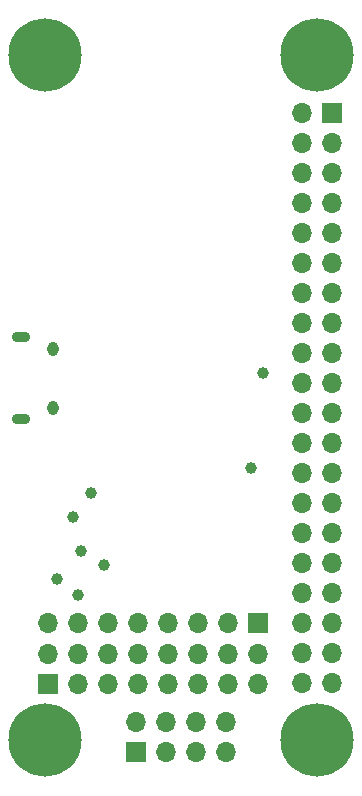
<source format=gbr>
%TF.GenerationSoftware,KiCad,Pcbnew,(6.0.0-0)*%
%TF.CreationDate,2022-06-22T07:40:47-04:00*%
%TF.ProjectId,hermes_v1,6865726d-6573-45f7-9631-2e6b69636164,rev?*%
%TF.SameCoordinates,Original*%
%TF.FileFunction,Soldermask,Bot*%
%TF.FilePolarity,Negative*%
%FSLAX46Y46*%
G04 Gerber Fmt 4.6, Leading zero omitted, Abs format (unit mm)*
G04 Created by KiCad (PCBNEW (6.0.0-0)) date 2022-06-22 07:40:47*
%MOMM*%
%LPD*%
G01*
G04 APERTURE LIST*
%ADD10O,1.550000X0.890000*%
%ADD11O,0.950000X1.250000*%
%ADD12C,6.200000*%
%ADD13R,1.700000X1.700000*%
%ADD14O,1.700000X1.700000*%
%ADD15C,1.000000*%
G04 APERTURE END LIST*
D10*
%TO.C,J2*%
X240950000Y-68925000D03*
X240950000Y-61925000D03*
D11*
X243650000Y-62925000D03*
X243650000Y-67925000D03*
%TD*%
D12*
%TO.C,*%
X243000000Y-38100000D03*
%TD*%
D13*
%TO.C,J3*%
X250700000Y-97100000D03*
D14*
X250700000Y-94560000D03*
X253240000Y-97100000D03*
X253240000Y-94560000D03*
X255780000Y-97100000D03*
X255780000Y-94560000D03*
X258320000Y-97100000D03*
X258320000Y-94560000D03*
%TD*%
D13*
%TO.C,J1*%
X267275000Y-42965000D03*
D14*
X264735000Y-42965000D03*
X267275000Y-45505000D03*
X264735000Y-45505000D03*
X267275000Y-48045000D03*
X264735000Y-48045000D03*
X267275000Y-50585000D03*
X264735000Y-50585000D03*
X267275000Y-53125000D03*
X264735000Y-53125000D03*
X267275000Y-55665000D03*
X264735000Y-55665000D03*
X267275000Y-58205000D03*
X264735000Y-58205000D03*
X267275000Y-60745000D03*
X264735000Y-60745000D03*
X267275000Y-63285000D03*
X264735000Y-63285000D03*
X267275000Y-65825000D03*
X264735000Y-65825000D03*
X267275000Y-68365000D03*
X264735000Y-68365000D03*
X267275000Y-70905000D03*
X264735000Y-70905000D03*
X267275000Y-73445000D03*
X264735000Y-73445000D03*
X267275000Y-75985000D03*
X264735000Y-75985000D03*
X267275000Y-78525000D03*
X264735000Y-78525000D03*
X267275000Y-81065000D03*
X264735000Y-81065000D03*
X267275000Y-83605000D03*
X264735000Y-83605000D03*
X267275000Y-86145000D03*
X264735000Y-86145000D03*
X267275000Y-88685000D03*
X264735000Y-88685000D03*
X267275000Y-91225000D03*
X264735000Y-91225000D03*
%TD*%
D12*
%TO.C,*%
X266000000Y-38100000D03*
%TD*%
%TO.C,*%
X243000000Y-96100000D03*
%TD*%
D13*
%TO.C,J8*%
X261025000Y-86200000D03*
D14*
X258485000Y-86200000D03*
X255945000Y-86200000D03*
X253405000Y-86200000D03*
X250865000Y-86200000D03*
X248325000Y-86200000D03*
X245785000Y-86200000D03*
X243245000Y-86200000D03*
%TD*%
D12*
%TO.C,*%
X266000000Y-96100000D03*
%TD*%
D13*
%TO.C,J9*%
X243225000Y-91300000D03*
D14*
X243225000Y-88760000D03*
X245765000Y-91300000D03*
X245765000Y-88760000D03*
X248305000Y-91300000D03*
X248305000Y-88760000D03*
X250845000Y-91300000D03*
X250845000Y-88760000D03*
X253385000Y-91300000D03*
X253385000Y-88760000D03*
X255925000Y-91300000D03*
X255925000Y-88760000D03*
X258465000Y-91300000D03*
X258465000Y-88760000D03*
X261005000Y-91300000D03*
X261005000Y-88760000D03*
%TD*%
D15*
%TO.C,TP8*%
X261440000Y-64980000D03*
%TD*%
%TO.C,TP5*%
X244010000Y-82450000D03*
%TD*%
%TO.C,TP6*%
X246880000Y-75170000D03*
%TD*%
%TO.C,TP1*%
X245340000Y-77200000D03*
%TD*%
%TO.C,TP7*%
X260430000Y-73010000D03*
%TD*%
%TO.C,TP3*%
X245780000Y-83760000D03*
%TD*%
%TO.C,TP2*%
X247970000Y-81230000D03*
%TD*%
%TO.C,TP4*%
X246010000Y-80080000D03*
%TD*%
M02*

</source>
